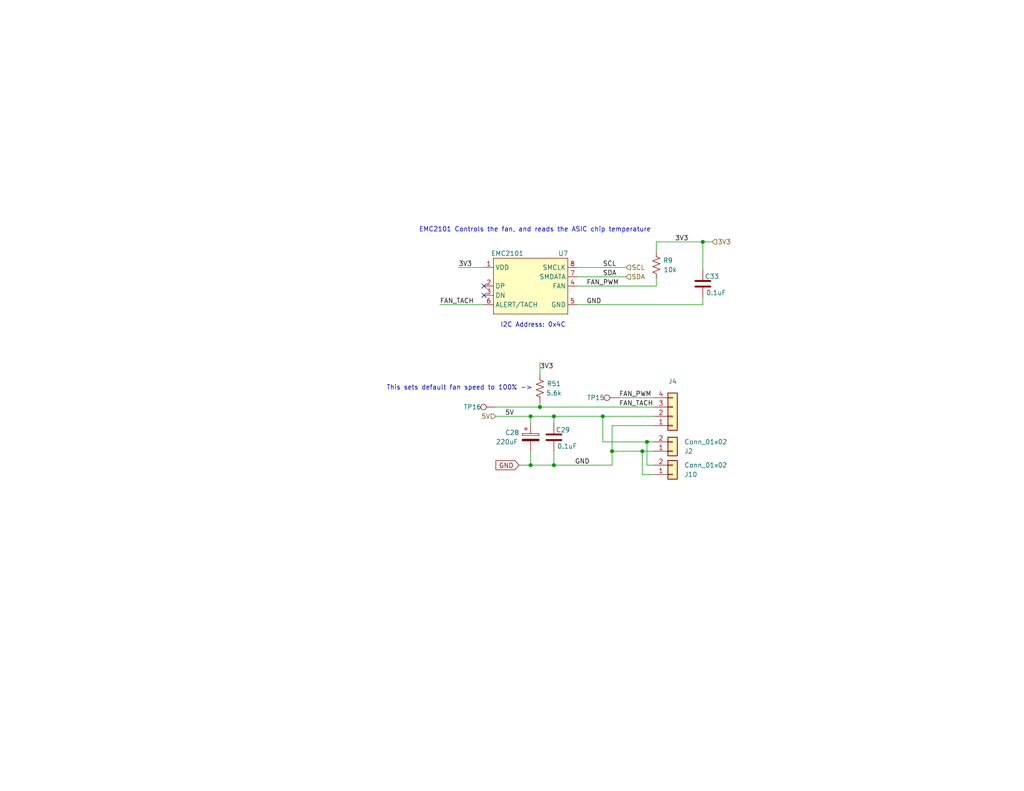
<source format=kicad_sch>
(kicad_sch (version 20230121) (generator eeschema)
  (paper "A")
  (title_block (title "BM1366 bitaxe") (date "2023-10-25") (rev "203"))
  (lib_symbols
    (symbol "Connector:TestPoint" (pin_numbers hide) (pin_names (offset 0.762) hide)
      (property "Reference" "TP" (at 0 6.858 0))
      (property "Value" "TestPoint" (at 0 5.08 0))
      (symbol "TestPoint_0_1"
        (circle (center 0 3.302) (radius 0.762))
      )
      (symbol "TestPoint_1_1"
        (pin passive line (at 0 0 90) (length 2.54) (name "1") (number "1"))
      )
    )
    (symbol "Connector_Generic:Conn_01x02" (pin_names (offset 1.016) hide)
      (property "Reference" "J" (at 0 2.54 0))
      (property "Value" "Conn_01x02" (at 0 -5.08 0))
      (symbol "Conn_01x02_1_1"
        (rectangle (start -1.27 -2.413) (end 0 -2.667) (stroke (width 0.1524)))
        (rectangle (start -1.27 0.127) (end 0 -0.127) (stroke (width 0.1524)))
        (rectangle (start -1.27 1.27) (end 1.27 -3.81) (stroke (width 0.254)) (fill (type background)))
        (pin passive line (at -5.08 0 0) (length 3.81) (name "Pin_1") (number "1"))
        (pin passive line (at -5.08 -2.54 0) (length 3.81) (name "Pin_2") (number "2"))
      )
    )
    (symbol "Connector_Generic:Conn_01x04" (pin_names (offset 1.016) hide)
      (property "Reference" "J" (at 0 5.08 0))
      (property "Value" "Conn_01x04" (at 0 -7.62 0))
      (symbol "Conn_01x04_1_1"
        (rectangle (start -1.27 -4.953) (end 0 -5.207) (stroke (width 0.1524)))
        (rectangle (start -1.27 -2.413) (end 0 -2.667) (stroke (width 0.1524)))
        (rectangle (start -1.27 0.127) (end 0 -0.127) (stroke (width 0.1524)))
        (rectangle (start -1.27 2.667) (end 0 2.413) (stroke (width 0.1524)))
        (rectangle (start -1.27 3.81) (end 1.27 -6.35) (stroke (width 0.254)) (fill (type background)))
        (pin passive line (at -5.08 2.54 0) (length 3.81) (name "Pin_1") (number "1"))
        (pin passive line (at -5.08 0 0) (length 3.81) (name "Pin_2") (number "2"))
        (pin passive line (at -5.08 -2.54 0) (length 3.81) (name "Pin_3") (number "3"))
        (pin passive line (at -5.08 -5.08 0) (length 3.81) (name "Pin_4") (number "4"))
      )
    )
    (symbol "Device:C" (pin_numbers hide) (pin_names (offset 0.254))
      (property "Reference" "C" (at 0.635 2.54 0))
      (property "Value" "C" (at 0.635 -2.54 0))
      (symbol "C_0_1"
        (polyline (pts (xy -2.032 -0.762) (xy 2.032 -0.762)) (stroke (width 0.508)))
        (polyline (pts (xy -2.032 0.762) (xy 2.032 0.762)) (stroke (width 0.508)))
      )
      (symbol "C_1_1"
        (pin passive line (at 0 3.81 270) (length 2.794) (name "~") (number "1"))
        (pin passive line (at 0 -3.81 90) (length 2.794) (name "~") (number "2"))
      )
    )
    (symbol "Device:C_Polarized" (pin_numbers hide) (pin_names (offset 0.254))
      (property "Reference" "C" (at 0.635 2.54 0))
      (property "Value" "C_Polarized" (at 0.635 -2.54 0))
      (symbol "C_Polarized_0_1"
        (rectangle (start -2.286 0.508) (end 2.286 1.016))
        (polyline (pts (xy -1.778 2.286) (xy -0.762 2.286)))
        (polyline (pts (xy -1.27 2.794) (xy -1.27 1.778)))
        (rectangle (start 2.286 -0.508) (end -2.286 -1.016) (fill (type outline)))
      )
      (symbol "C_Polarized_1_1"
        (pin passive line (at 0 3.81 270) (length 2.794) (name "~") (number "1"))
        (pin passive line (at 0 -3.81 90) (length 2.794) (name "~") (number "2"))
      )
    )
    (symbol "Device:R_US" (pin_numbers hide) (pin_names (offset 0))
      (property "Reference" "R" (at 2.54 0 90))
      (property "Value" "R_US" (at -2.54 0 90))
      (symbol "R_US_0_1"
        (polyline (pts (xy 0 -2.286) (xy 0 -2.54)))
        (polyline (pts (xy 0 2.286) (xy 0 2.54)))
        (polyline (pts (xy 0 -0.762) (xy 1.016 -1.143) (xy 0 -1.524) (xy -1.016 -1.905) (xy 0 -2.286)))
        (polyline (pts (xy 0 0.762) (xy 1.016 0.381) (xy 0 0) (xy -1.016 -0.381) (xy 0 -0.762)))
        (polyline (pts (xy 0 2.286) (xy 1.016 1.905) (xy 0 1.524) (xy -1.016 1.143) (xy 0 0.762)))
      )
      (symbol "R_US_1_1"
        (pin passive line (at 0 3.81 270) (length 1.27) (name "~") (number "1"))
        (pin passive line (at 0 -3.81 90) (length 1.27) (name "~") (number "2"))
      )
    )
    (symbol "bitaxe:EMC2101"
      (property "Reference" "U7" (at 8.89 8.89 0))
      (property "Value" "EMC2101" (at -6.35 8.89 0))
      (symbol "EMC2101_0_1"
        (rectangle (start -10.16 7.62) (end 10.16 -7.62) (stroke (width 0.1524)) (fill (type background)))
      )
      (symbol "EMC2101_1_1"
        (pin power_in line (at -12.7 5.08 0) (length 2.54) (name "VDD") (number "1"))
        (pin input line (at -12.7 0 0) (length 2.54) (name "DP") (number "2"))
        (pin input line (at -12.7 -2.54 0) (length 2.54) (name "DN") (number "3"))
        (pin output line (at 12.7 0 180) (length 2.54) (name "FAN") (number "4"))
        (pin power_in line (at 12.7 -5.08 180) (length 2.54) (name "GND") (number "5"))
        (pin input line (at -12.7 -5.08 0) (length 2.54) (name "ALERT/TACH") (number "6"))
        (pin input line (at 12.7 2.54 180) (length 2.54) (name "SMDATA") (number "7"))
        (pin input line (at 12.7 5.08 180) (length 2.54) (name "SMCLK") (number "8"))
      )
    )
  )
  (junction (at 175.26 123.19))
  (junction (at 191.77 66.04))
  (junction (at 164.465 113.665))
  (junction (at 176.53 120.65))
  (junction (at 151.13 113.665))
  (junction (at 167.005 123.19))
  (junction (at 147.32 111.125))
  (junction (at 144.78 113.665))
  (junction (at 144.78 127))
  (junction (at 151.13 127))
  (no_connect (at 132.08 78.105))
  (no_connect (at 132.08 80.645))
  (wire (pts (xy 157.48 73.025) (xy 170.815 73.025)))
  (wire (pts (xy 144.78 123.19) (xy 144.78 127)))
  (wire (pts (xy 135.255 111.125) (xy 147.32 111.125)))
  (wire (pts (xy 144.78 127) (xy 151.13 127)))
  (wire (pts (xy 178.435 120.65) (xy 176.53 120.65)))
  (wire (pts (xy 179.07 66.04) (xy 191.77 66.04)))
  (wire (pts (xy 194.31 66.04) (xy 191.77 66.04)))
  (wire (pts (xy 120.015 83.185) (xy 132.08 83.185)))
  (wire (pts (xy 147.32 111.125) (xy 178.435 111.125)))
  (wire (pts (xy 157.48 75.565) (xy 170.815 75.565)))
  (wire (pts (xy 144.78 113.665) (xy 151.13 113.665)))
  (wire (pts (xy 164.465 120.65) (xy 176.53 120.65)))
  (wire (pts (xy 167.005 116.205) (xy 167.005 123.19)))
  (wire (pts (xy 125.095 73.025) (xy 132.08 73.025)))
  (wire (pts (xy 167.005 123.19) (xy 167.005 127)))
  (wire (pts (xy 167.005 123.19) (xy 175.26 123.19)))
  (wire (pts (xy 191.77 81.28) (xy 191.77 83.185)))
  (wire (pts (xy 178.435 129.54) (xy 175.26 129.54)))
  (wire (pts (xy 191.77 66.04) (xy 191.77 73.66)))
  (wire (pts (xy 179.07 66.04) (xy 179.07 68.58)))
  (wire (pts (xy 164.465 113.665) (xy 178.435 113.665)))
  (wire (pts (xy 151.13 113.665) (xy 151.13 115.57)))
  (wire (pts (xy 179.07 78.105) (xy 179.07 76.2)))
  (wire (pts (xy 167.005 116.205) (xy 178.435 116.205)))
  (wire (pts (xy 168.91 108.585) (xy 178.435 108.585)))
  (wire (pts (xy 151.13 113.665) (xy 164.465 113.665)))
  (wire (pts (xy 157.48 83.185) (xy 191.77 83.185)))
  (wire (pts (xy 147.32 109.855) (xy 147.32 111.125)))
  (wire (pts (xy 157.48 78.105) (xy 179.07 78.105)))
  (wire (pts (xy 135.255 113.665) (xy 144.78 113.665)))
  (wire (pts (xy 141.605 127) (xy 144.78 127)))
  (wire (pts (xy 175.26 123.19) (xy 178.435 123.19)))
  (wire (pts (xy 164.465 120.65) (xy 164.465 113.665)))
  (wire (pts (xy 178.435 127) (xy 176.53 127)))
  (wire (pts (xy 144.78 113.665) (xy 144.78 115.57)))
  (wire (pts (xy 151.13 127) (xy 167.005 127)))
  (wire (pts (xy 175.26 123.19) (xy 175.26 129.54)))
  (wire (pts (xy 176.53 120.65) (xy 176.53 127)))
  (wire (pts (xy 147.32 99.06) (xy 147.32 102.235)))
  (wire (pts (xy 151.13 123.19) (xy 151.13 127)))
  (text "EMC2101 Controls the fan, and reads the ASIC chip temperature" (at 114.3 63.5 0) (effects (font (size 1.27 1.27)) (justify left bottom)))
  (text "This sets default fan speed to 100% ->" (at 105.41 106.68 0) (effects (font (size 1.27 1.27)) (justify left bottom)))
  (text "I2C Address: 0x4C" (at 136.525 89.535 0) (effects (font (size 1.27 1.27)) (justify left bottom)))
  (label "FAN_PWM" (at 160.02 78.105 0))
  (label "GND" (at 160.02 83.185 0))
  (label "SCL" (at 164.465 73.025 0))
  (label "3V3" (at 147.32 100.965 0))
  (label "FAN_TACH" (at 120.015 83.185 0))
  (label "GND" (at 156.845 127 0))
  (label "FAN_PWM" (at 168.91 108.585 0))
  (label "3V3" (at 184.15 66.04 0))
  (label "3V3" (at 125.095 73.025 0))
  (label "5V" (at 137.795 113.665 0))
  (label "SDA" (at 164.465 75.565 0))
  (label "FAN_TACH" (at 168.91 111.125 0))
  (global_label "GND" (shape input) (at 141.605 127 180) (property "Intersheetrefs" "${INTERSHEET_REFS}" (effects hide)))
  (hierarchical_label "5V" (shape input) (at 135.255 113.665 180))
  (hierarchical_label "SCL" (shape input) (at 170.815 73.025 0))
  (hierarchical_label "SDA" (shape input) (at 170.815 75.565 0))
  (hierarchical_label "3V3" (shape input) (at 194.31 66.04 0))
  (symbol (lib_id "Connector:TestPoint") (at 168.91 108.585 90) (mirror x) (unit 1) (in_bom no)
    (property "Reference" "TP15" (at 162.56 108.585 90))
    (property "Value" "TestPoint" (effects hide))
    (property "Footprint" "TestPoint:TestPoint_Pad_D1.5mm" (effects hide))
  )
  (symbol (lib_id "Device:R_US") (at 147.32 106.045 180) (unit 1)
    (property "Reference" "R51" (at 151.13 104.775 0))
    (property "Value" "5.6k" (at 151.13 107.315 0))
    (property "Footprint" "Resistor_SMD:R_0402_1005Metric" (effects hide))
    (property "DK" "13-RC0402FR-135K6LCT-ND" (effects hide))
    (property "PARTNO" "RC0402FR-135K6L" (effects hide))
  )
  (symbol (lib_id "Device:C") (at 191.77 77.47 0) (mirror y) (unit 1)
    (property "Reference" "C33" (at 196.215 76.2 0) (effects (justify left bottom)))
    (property "Value" "0.1uF" (at 198.12 80.645 0) (effects (justify left bottom)))
    (property "Footprint" "Capacitor_SMD:C_0402_1005Metric" (effects hide))
    (property "DK" "1292-1639-1-ND" (effects hide))
    (property "PARTNO" "0402X104K100CT" (effects hide))
  )
  (symbol (lib_id "Device:C") (at 151.13 119.38 0) (mirror y) (unit 1)
    (property "Reference" "C29" (at 155.575 118.11 0) (effects (justify left bottom)))
    (property "Value" "0.1uF" (at 157.48 122.555 0) (effects (justify left bottom)))
    (property "Footprint" "Capacitor_SMD:C_0402_1005Metric" (effects hide))
    (property "DK" "1292-1639-1-ND" (effects hide))
    (property "PARTNO" "0402X104K100CT" (effects hide))
  )
  (symbol (lib_id "Connector_Generic:Conn_01x04") (at 183.515 113.665 0) (mirror x) (unit 1)
    (property "Reference" "J4" (at 183.515 104.14 0))
    (property "Value" "Conn_01x04" (effects hide))
    (property "Footprint" "bitaxe:470531000" (effects hide))
    (property "PARTNO" "0470531000" (effects hide))
    (property "DK" "WM4330-ND" (effects hide))
  )
  (symbol (lib_id "Connector_Generic:Conn_01x02") (at 183.515 129.54 0) (mirror x) (unit 1) (in_bom no)
    (property "Reference" "J10" (at 186.69 129.54 0) (effects (justify left)))
    (property "Value" "Conn_01x02" (at 186.69 127 0) (effects (justify left)))
    (property "Footprint" "bitaxe:JST_XH_B2B-XH-A_1x02_P2.50mm_Vertical" (effects hide))
    (property "Datasheet" "https://www.jst-mfg.com/product/pdf/eng/eXH.pdf" (effects hide))
    (property "DK" "455-B2B-XH-A-ND" (effects hide))
    (property "PARTNO" "B2B-XH-A" (effects hide))
  )
  (symbol (lib_id "Connector:TestPoint") (at 135.255 111.125 90) (mirror x) (unit 1) (in_bom no)
    (property "Reference" "TP16" (at 128.905 111.125 90))
    (property "Value" "TestPoint" (effects hide))
    (property "Footprint" "TestPoint:TestPoint_Pad_D1.5mm" (effects hide))
  )
  (symbol (lib_id "Device:C_Polarized") (at 144.78 119.38 0) (unit 1)
    (property "Reference" "C28" (at 137.795 118.11 0) (effects (justify left)))
    (property "Value" "220uF" (at 135.255 120.65 0) (effects (justify left)))
    (property "Footprint" "Capacitor_SMD:CP_Elec_6.3x7.7" (effects hide))
    (property "DK" "732-8422-1-ND" (effects hide))
    (property "PARTNO" "865080345012" (effects hide))
  )
  (symbol (lib_id "Device:R_US") (at 179.07 72.39 180) (unit 1)
    (property "Reference" "R9" (at 182.245 71.12 0))
    (property "Value" "10k" (at 182.88 73.66 0))
    (property "Footprint" "Resistor_SMD:R_0402_1005Metric" (effects hide))
    (property "DK" "311-10KJRCT-ND" (effects hide))
    (property "PARTNO" "RC0402JR-0710KL" (effects hide))
  )
  (symbol (lib_id "bitaxe:EMC2101") (at 144.78 78.105 0) (unit 1)
    (property "Reference" "U7" (at 153.67 69.215 0))
    (property "Value" "EMC2101" (at 138.43 69.215 0))
    (property "Footprint" "Package_SO:TSSOP-8_3x3mm_P0.65mm" (effects hide))
    (property "Datasheet" "https://ww1.microchip.com/downloads/en/DeviceDoc/2101.pdf" (effects hide))
    (property "DK" "EMC2101-R-ACZL-CT-ND" (effects hide))
    (property "PARTNO" "EMC2101-R-ACZL-TR" (effects hide))
  )
  (symbol (lib_id "Connector_Generic:Conn_01x02") (at 183.515 123.19 0) (mirror x) (unit 1)
    (property "Reference" "J2" (at 186.69 123.19 0) (effects (justify left)))
    (property "Value" "Conn_01x02" (at 186.69 120.65 0) (effects (justify left)))
    (property "Footprint" "bitaxe:JST_XH_B2B-XH-A_1x02_P2.50mm_Vertical" (effects hide))
    (property "Datasheet" "https://www.jst-mfg.com/product/pdf/eng/eXH.pdf" (effects hide))
    (property "DK" "455-B2B-XH-A-ND" (effects hide))
    (property "PARTNO" "B2B-XH-A" (effects hide))
  )
)
</source>
